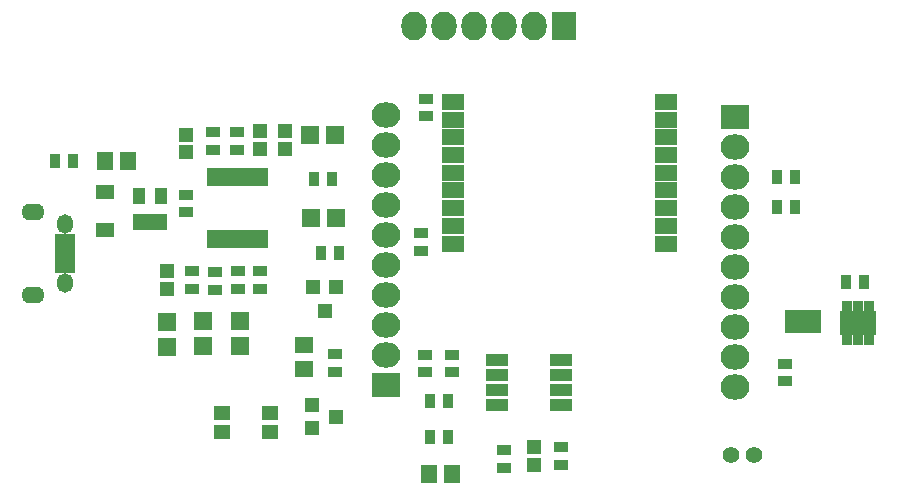
<source format=gbr>
G04 #@! TF.FileFunction,Soldermask,Top*
%FSLAX46Y46*%
G04 Gerber Fmt 4.6, Leading zero omitted, Abs format (unit mm)*
G04 Created by KiCad (PCBNEW 4.0.2-4+6225~38~ubuntu15.10.1-stable) date Thu 31 Mar 2016 01:19:07 PM CDT*
%MOMM*%
G01*
G04 APERTURE LIST*
%ADD10C,0.100000*%
%ADD11R,1.900000X1.400000*%
%ADD12R,2.432000X2.127200*%
%ADD13O,2.432000X2.127200*%
%ADD14R,1.620000X1.310000*%
%ADD15R,1.050000X1.460000*%
%ADD16R,1.750000X0.800000*%
%ADD17O,1.350000X1.650000*%
%ADD18O,1.950000X1.400000*%
%ADD19R,1.300000X0.900000*%
%ADD20R,1.150000X1.200000*%
%ADD21R,1.598880X1.598880*%
%ADD22R,2.127200X2.432000*%
%ADD23O,2.127200X2.432000*%
%ADD24R,1.200100X1.200100*%
%ADD25R,0.900000X1.300000*%
%ADD26R,1.400000X1.300000*%
%ADD27R,1.950000X1.000000*%
%ADD28C,1.400000*%
%ADD29R,0.800000X1.600000*%
%ADD30R,1.050000X0.750000*%
%ADD31R,1.400000X1.200000*%
%ADD32R,0.850000X1.030000*%
%ADD33R,1.700000X1.250000*%
%ADD34R,1.650000X1.400000*%
%ADD35R,1.400000X1.650000*%
G04 APERTURE END LIST*
D10*
D11*
X159275000Y-65650000D03*
X159275000Y-67150000D03*
X159275000Y-68650000D03*
X159275000Y-64150000D03*
X159275000Y-62650000D03*
X159275000Y-61150000D03*
X159275000Y-56650000D03*
X159275000Y-58150000D03*
X159275000Y-59650000D03*
X177275000Y-59650000D03*
X177275000Y-58150000D03*
X177275000Y-56650000D03*
X177275000Y-61150000D03*
X177275000Y-62650000D03*
X177275000Y-64150000D03*
X177275000Y-68650000D03*
X177275000Y-67150000D03*
X177275000Y-65650000D03*
D12*
X153550000Y-80610000D03*
D13*
X153550000Y-78070000D03*
X153550000Y-75530000D03*
X153550000Y-72990000D03*
X153550000Y-70450000D03*
X153550000Y-67910000D03*
X153550000Y-65370000D03*
X153550000Y-62830000D03*
X153550000Y-60290000D03*
X153550000Y-57750000D03*
D14*
X129794000Y-64262000D03*
X129794000Y-67532000D03*
D15*
X132636000Y-66809000D03*
X133586000Y-66809000D03*
X134536000Y-66809000D03*
X134536000Y-64609000D03*
X132636000Y-64609000D03*
D16*
X126380000Y-68170000D03*
X126380000Y-68820000D03*
X126380000Y-69470000D03*
X126380000Y-70120000D03*
X126380000Y-70770000D03*
D17*
X126380000Y-66970000D03*
X126380000Y-71970000D03*
D18*
X123680000Y-65970000D03*
X123680000Y-72970000D03*
D19*
X156880000Y-78060000D03*
X156880000Y-79560000D03*
D20*
X166116000Y-85900000D03*
X166116000Y-87400000D03*
X135007390Y-72475558D03*
X135007390Y-70975558D03*
X136652000Y-59436000D03*
X136652000Y-60936000D03*
D21*
X149323040Y-66450000D03*
X147225000Y-66450000D03*
X138075000Y-77349020D03*
X138075000Y-75250980D03*
X135050000Y-77423040D03*
X135050000Y-75325000D03*
X147126960Y-59450000D03*
X149225000Y-59450000D03*
X141175000Y-77323040D03*
X141175000Y-75225000D03*
D19*
X136652000Y-64516000D03*
X136652000Y-66016000D03*
D22*
X168650000Y-50250000D03*
D23*
X166110000Y-50250000D03*
X163570000Y-50250000D03*
X161030000Y-50250000D03*
X158490000Y-50250000D03*
X155950000Y-50250000D03*
D12*
X183100000Y-57975000D03*
D13*
X183100000Y-60515000D03*
X183100000Y-63055000D03*
X183100000Y-65595000D03*
X183100000Y-68135000D03*
X183100000Y-70675000D03*
X183100000Y-73215000D03*
X183100000Y-75755000D03*
X183100000Y-78295000D03*
X183100000Y-80835000D03*
D24*
X147335240Y-82362000D03*
X147335240Y-84262000D03*
X149334220Y-83312000D03*
X149325000Y-72350000D03*
X147425000Y-72350000D03*
X148375000Y-74348980D03*
D25*
X148075000Y-69475000D03*
X149575000Y-69475000D03*
D19*
X137157390Y-70975558D03*
X137157390Y-72475558D03*
D25*
X127050000Y-61700000D03*
X125550000Y-61700000D03*
D19*
X138938000Y-60706000D03*
X138938000Y-59206000D03*
D25*
X194056000Y-71882000D03*
X192556000Y-71882000D03*
D19*
X149280000Y-77990000D03*
X149280000Y-79490000D03*
X159190000Y-79560000D03*
X159190000Y-78060000D03*
D25*
X147500000Y-63200000D03*
X149000000Y-63200000D03*
X157320000Y-85000000D03*
X158820000Y-85000000D03*
D19*
X168402000Y-87400000D03*
X168402000Y-85900000D03*
X163576000Y-86154000D03*
X163576000Y-87654000D03*
D25*
X158790000Y-82000000D03*
X157290000Y-82000000D03*
X186690000Y-62992000D03*
X188190000Y-62992000D03*
D19*
X141007390Y-72475558D03*
X141007390Y-70975558D03*
X139057390Y-72575558D03*
X139057390Y-71075558D03*
X140970000Y-59206000D03*
X140970000Y-60706000D03*
X142907390Y-72475558D03*
X142907390Y-70975558D03*
D25*
X186690000Y-65532000D03*
X188190000Y-65532000D03*
D19*
X187325000Y-78825000D03*
X187325000Y-80325000D03*
D26*
X139660000Y-82970000D03*
X139660000Y-84570000D03*
X143760000Y-82970000D03*
X143760000Y-84570000D03*
D27*
X163002000Y-78486000D03*
X163002000Y-79756000D03*
X163002000Y-81026000D03*
X163002000Y-82296000D03*
X168402000Y-82296000D03*
X168402000Y-81026000D03*
X168402000Y-79756000D03*
X168402000Y-78486000D03*
D28*
X184700000Y-86550000D03*
X182800000Y-86550000D03*
D29*
X143225000Y-63025000D03*
X142590000Y-63025000D03*
X141955000Y-63025000D03*
X141320000Y-63025000D03*
X140685000Y-63025000D03*
X140050000Y-63025000D03*
X139415000Y-63025000D03*
X138780000Y-63025000D03*
X138780000Y-68225000D03*
X139415000Y-68225000D03*
X140050000Y-68225000D03*
X140685000Y-68225000D03*
X141320000Y-68225000D03*
X141955000Y-68225000D03*
X142590000Y-68225000D03*
X143225000Y-68225000D03*
D30*
X187825000Y-74600000D03*
X187825000Y-75250000D03*
X187825000Y-75900000D03*
X189925000Y-75900000D03*
X189925000Y-75250000D03*
X189925000Y-74600000D03*
D31*
X188875000Y-75650000D03*
X188875000Y-74850000D03*
D32*
X192598000Y-76695000D03*
X193548000Y-76695000D03*
X194498000Y-76695000D03*
X194498000Y-74015000D03*
X193548000Y-74015000D03*
X192598000Y-74015000D03*
D33*
X194198000Y-74930000D03*
X192898000Y-74930000D03*
X194198000Y-75780000D03*
X192898000Y-75780000D03*
D19*
X156575000Y-69300000D03*
X156575000Y-67800000D03*
X156972000Y-57888000D03*
X156972000Y-56388000D03*
D34*
X146650000Y-79250000D03*
X146650000Y-77250000D03*
D35*
X129750000Y-61650000D03*
X131750000Y-61650000D03*
D20*
X145050000Y-60650000D03*
X145050000Y-59150000D03*
X142950000Y-60650000D03*
X142950000Y-59150000D03*
D35*
X157200000Y-88200000D03*
X159200000Y-88200000D03*
M02*

</source>
